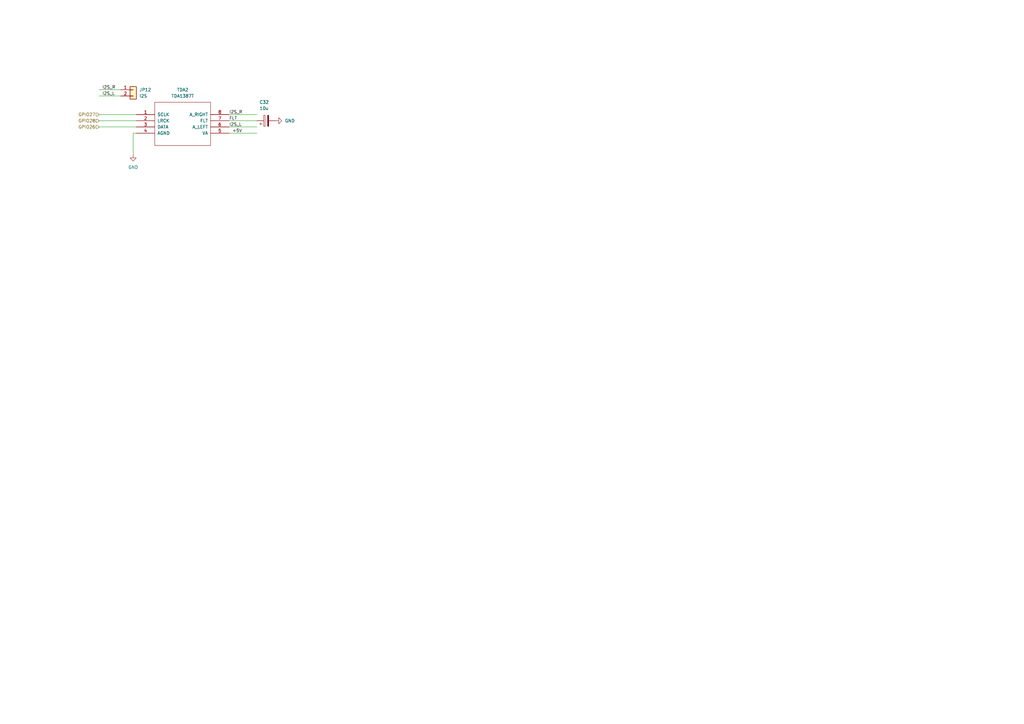
<source format=kicad_sch>
(kicad_sch (version 20231120) (generator "eeschema") (generator_version "8.0")
  (paper "A3")
  (title_block (title "Mini FRANK") (date "2024-11-13") (rev "1.2") (company "Mikhail Matveev") (comment 1 "https://github.com/xtremespb/minifrank"))
  (lib_symbols
    (symbol "Connector_Generic:Conn_01x02" (pin_names (offset 1.016) hide)
      (property "Reference" "J" (at 0 2.54 0))
      (property "Value" "Conn_01x02" (at 0 -5.08 0))
      (symbol "Conn_01x02_1_1"
        (rectangle (start -1.27 -2.413) (end 0 -2.667) (stroke (width 0.1524)))
        (rectangle (start -1.27 0.127) (end 0 -0.127) (stroke (width 0.1524)))
        (rectangle (start -1.27 1.27) (end 1.27 -3.81) (stroke (width 0.254)) (fill (type background)))
        (pin passive line (at -5.08 0 0) (length 3.81) (name "Pin_1") (number "1"))
        (pin passive line (at -5.08 -2.54 0) (length 3.81) (name "Pin_2") (number "2"))
      )
    )
    (symbol "Device:C_Polarized" (pin_numbers hide) (pin_names (offset 0.254))
      (property "Reference" "C" (at 0.635 2.54 0))
      (property "Value" "C_Polarized" (at 0.635 -2.54 0))
      (symbol "C_Polarized_0_1"
        (rectangle (start -2.286 0.508) (end 2.286 1.016))
        (polyline (pts (xy -1.778 2.286) (xy -0.762 2.286)))
        (polyline (pts (xy -1.27 2.794) (xy -1.27 1.778)))
        (rectangle (start 2.286 -0.508) (end -2.286 -1.016) (fill (type outline)))
      )
      (symbol "C_Polarized_1_1"
        (pin passive line (at 0 3.81 270) (length 2.794) (name "~") (number "1"))
        (pin passive line (at 0 -3.81 90) (length 2.794) (name "~") (number "2"))
      )
    )
    (symbol "GND_6" (power) (pin_numbers hide) (pin_names (offset 0) hide)
      (property "Value" "GND" (at 0 -3.81 0))
      (symbol "GND_6_0_1"
        (polyline (pts (xy 0 0) (xy 0 -1.27) (xy 1.27 -1.27) (xy 0 -2.54) (xy -1.27 -1.27) (xy 0 -1.27)))
      )
      (symbol "GND_6_1_1"
        (pin power_in line (at 0 0 270) (length 0) (name "~") (number "1"))
      )
    )
    (symbol "TDA1387T:TDA1387T" (pin_names (offset 1.016))
      (property "Reference" "U" (at 0 -2.54 0))
      (property "Value" "TDA1387T" (at 0 2.54 0))
      (symbol "TDA1387T_1_0"
        (rectangle (start -11.43 -8.89) (end 11.43 8.89))
      )
      (symbol "TDA1387T_1_1"
        (pin input line (at -19.05 3.81 0) (length 7.62) (name "SCLK") (number "1"))
        (pin input line (at -19.05 1.27 0) (length 7.62) (name "LRCK") (number "2"))
        (pin input line (at -19.05 -1.27 0) (length 7.62) (name "DATA") (number "3"))
        (pin input line (at -19.05 -3.81 0) (length 7.62) (name "AGND") (number "4"))
        (pin input line (at 19.05 -3.81 180) (length 7.62) (name "VA") (number "5"))
        (pin input line (at 19.05 -1.27 180) (length 7.62) (name "A_LEFT") (number "6"))
        (pin input line (at 19.05 1.27 180) (length 7.62) (name "FLT") (number "7"))
        (pin input line (at 19.05 3.81 180) (length 7.62) (name "A_RIGHT") (number "8"))
      )
    )
    (symbol "power:GND" (power) (pin_numbers hide) (pin_names (offset 0) hide)
      (property "Value" "GND" (at 0 -3.81 0))
      (symbol "GND_0_1"
        (polyline (pts (xy 0 0) (xy 0 -1.27) (xy 1.27 -1.27) (xy 0 -2.54) (xy -1.27 -1.27) (xy 0 -1.27)))
      )
      (symbol "GND_1_1"
        (pin power_in line (at 0 0 270) (length 0) (name "~") (number "1"))
      )
    )
  )
  (wire (pts (xy 55.88 54.61) (xy 54.61 54.61)))
  (wire (pts (xy 93.98 49.53) (xy 105.41 49.53)))
  (wire (pts (xy 93.98 46.99) (xy 105.41 46.99)))
  (wire (pts (xy 40.64 46.99) (xy 55.88 46.99)))
  (wire (pts (xy 40.64 36.83) (xy 49.53 36.83)))
  (wire (pts (xy 40.64 39.37) (xy 49.53 39.37)))
  (wire (pts (xy 40.64 52.07) (xy 55.88 52.07)))
  (wire (pts (xy 93.98 52.07) (xy 105.41 52.07)))
  (wire (pts (xy 54.61 54.61) (xy 54.61 63.5)))
  (wire (pts (xy 93.98 54.61) (xy 105.41 54.61)))
  (wire (pts (xy 40.64 49.53) (xy 55.88 49.53)))
  (label "I2S_R" (at 93.98 46.99 0))
  (label "I2S_L" (at 41.91 39.37 0))
  (label "I2S_R" (at 41.91 36.83 0))
  (label "I2S_L" (at 93.98 52.07 0))
  (label "FLT" (at 93.98 49.53 0))
  (label "+5V" (at 95.25 54.61 0))
  (hierarchical_label "GPIO28" (shape input) (at 40.64 49.53 180))
  (hierarchical_label "GPIO27" (shape input) (at 40.64 46.99 180))
  (hierarchical_label "GPIO26" (shape input) (at 40.64 52.07 180))
  (symbol (lib_id "TDA1387T:TDA1387T") (at 74.93 50.8 0) (unit 1)
    (property "Reference" "TDA2" (at 74.93 36.83 0))
    (property "Value" "TDA1387T" (at 74.93 39.37 0))
    (property "Footprint" "Package_SO:SO-8_5.3x6.2mm_P1.27mm" (effects (hide yes)))
    (property "Datasheet" "DOCUMENTATION" (effects (hide yes)))
  )
  (symbol (lib_id "power:GND") (at 54.61 63.5 0) (unit 1)
    (property "Reference" "#PWR061" (effects (hide yes)))
    (property "Value" "GND" (at 54.61 68.58 0))
    (property "Description" "Power symbol creates a global label with name \"GND\" , ground" (effects (hide yes)))
  )
  (symbol (lib_id "Device:C_Polarized") (at 109.22 49.53 90) (unit 1)
    (property "Reference" "C32" (at 108.331 41.91 90))
    (property "Value" "10u" (at 108.331 44.45 90))
    (property "Footprint" "LIBS:Medved_CP_Radial_D5.0mm_P2.50mm" (effects (hide yes)))
    (property "Description" "Polarized capacitor" (effects (hide yes)))
  )
  (symbol (lib_name "GND_6") (lib_id "power:GND") (at 113.03 49.53 90) (unit 1)
    (property "Reference" "#PWR060" (effects (hide yes)))
    (property "Value" "GND" (at 116.84 49.5299 90) (effects (justify right)))
    (property "Description" "Power symbol creates a global label with name \"GND\" , ground" (effects (hide yes)))
  )
  (symbol (lib_id "Connector_Generic:Conn_01x02") (at 54.61 36.83 0) (unit 1)
    (property "Reference" "JP12" (at 57.15 36.8299 0) (effects (justify left)))
    (property "Value" "I2S" (at 57.15 39.3699 0) (effects (justify left)))
    (property "Footprint" "LIBS:Medved_PinHeader_1x02_P2.54mm_Vertical_NoLB" (effects (hide yes)))
    (property "Description" "Generic connector, single row, 01x02, script generated (kicad-library-utils/schlib/autogen/connector/)" (effects (hide yes)))
  )
)
</source>
